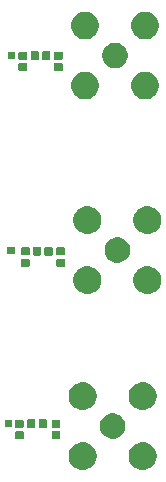
<source format=gbr>
G04 #@! TF.GenerationSoftware,KiCad,Pcbnew,5.1.4-e60b266~84~ubuntu19.04.1*
G04 #@! TF.CreationDate,2019-10-21T18:10:41-05:00*
G04 #@! TF.ProjectId,433_Antenna,3433335f-416e-4746-956e-6e612e6b6963,rev?*
G04 #@! TF.SameCoordinates,Original*
G04 #@! TF.FileFunction,Soldermask,Top*
G04 #@! TF.FilePolarity,Negative*
%FSLAX46Y46*%
G04 Gerber Fmt 4.6, Leading zero omitted, Abs format (unit mm)*
G04 Created by KiCad (PCBNEW 5.1.4-e60b266~84~ubuntu19.04.1) date 2019-10-21 18:10:41*
%MOMM*%
%LPD*%
G04 APERTURE LIST*
%ADD10C,0.100000*%
G04 APERTURE END LIST*
D10*
G36*
X178731560Y-103079064D02*
G01*
X178883027Y-103109193D01*
X179097045Y-103197842D01*
X179097046Y-103197843D01*
X179289654Y-103326539D01*
X179453461Y-103490346D01*
X179539258Y-103618751D01*
X179582158Y-103682955D01*
X179670807Y-103896973D01*
X179716000Y-104124174D01*
X179716000Y-104355826D01*
X179670807Y-104583027D01*
X179582158Y-104797045D01*
X179582157Y-104797046D01*
X179453461Y-104989654D01*
X179289654Y-105153461D01*
X179161249Y-105239258D01*
X179097045Y-105282158D01*
X178883027Y-105370807D01*
X178731560Y-105400936D01*
X178655827Y-105416000D01*
X178424173Y-105416000D01*
X178348440Y-105400936D01*
X178196973Y-105370807D01*
X177982955Y-105282158D01*
X177918751Y-105239258D01*
X177790346Y-105153461D01*
X177626539Y-104989654D01*
X177497843Y-104797046D01*
X177497842Y-104797045D01*
X177409193Y-104583027D01*
X177364000Y-104355826D01*
X177364000Y-104124174D01*
X177409193Y-103896973D01*
X177497842Y-103682955D01*
X177540742Y-103618751D01*
X177626539Y-103490346D01*
X177790346Y-103326539D01*
X177982954Y-103197843D01*
X177982955Y-103197842D01*
X178196973Y-103109193D01*
X178348440Y-103079064D01*
X178424173Y-103064000D01*
X178655827Y-103064000D01*
X178731560Y-103079064D01*
X178731560Y-103079064D01*
G37*
G36*
X173651560Y-103079064D02*
G01*
X173803027Y-103109193D01*
X174017045Y-103197842D01*
X174017046Y-103197843D01*
X174209654Y-103326539D01*
X174373461Y-103490346D01*
X174459258Y-103618751D01*
X174502158Y-103682955D01*
X174590807Y-103896973D01*
X174636000Y-104124174D01*
X174636000Y-104355826D01*
X174590807Y-104583027D01*
X174502158Y-104797045D01*
X174502157Y-104797046D01*
X174373461Y-104989654D01*
X174209654Y-105153461D01*
X174081249Y-105239258D01*
X174017045Y-105282158D01*
X173803027Y-105370807D01*
X173651560Y-105400936D01*
X173575827Y-105416000D01*
X173344173Y-105416000D01*
X173268440Y-105400936D01*
X173116973Y-105370807D01*
X172902955Y-105282158D01*
X172838751Y-105239258D01*
X172710346Y-105153461D01*
X172546539Y-104989654D01*
X172417843Y-104797046D01*
X172417842Y-104797045D01*
X172329193Y-104583027D01*
X172284000Y-104355826D01*
X172284000Y-104124174D01*
X172329193Y-103896973D01*
X172417842Y-103682955D01*
X172460742Y-103618751D01*
X172546539Y-103490346D01*
X172710346Y-103326539D01*
X172902954Y-103197843D01*
X172902955Y-103197842D01*
X173116973Y-103109193D01*
X173268440Y-103079064D01*
X173344173Y-103064000D01*
X173575827Y-103064000D01*
X173651560Y-103079064D01*
X173651560Y-103079064D01*
G37*
G36*
X168381938Y-102141716D02*
G01*
X168402557Y-102147971D01*
X168421553Y-102158124D01*
X168438208Y-102171792D01*
X168451876Y-102188447D01*
X168462029Y-102207443D01*
X168468284Y-102228062D01*
X168471000Y-102255640D01*
X168471000Y-102714360D01*
X168468284Y-102741938D01*
X168462029Y-102762557D01*
X168451876Y-102781553D01*
X168438208Y-102798208D01*
X168421553Y-102811876D01*
X168402557Y-102822029D01*
X168381938Y-102828284D01*
X168354360Y-102831000D01*
X167845640Y-102831000D01*
X167818062Y-102828284D01*
X167797443Y-102822029D01*
X167778447Y-102811876D01*
X167761792Y-102798208D01*
X167748124Y-102781553D01*
X167737971Y-102762557D01*
X167731716Y-102741938D01*
X167729000Y-102714360D01*
X167729000Y-102255640D01*
X167731716Y-102228062D01*
X167737971Y-102207443D01*
X167748124Y-102188447D01*
X167761792Y-102171792D01*
X167778447Y-102158124D01*
X167797443Y-102147971D01*
X167818062Y-102141716D01*
X167845640Y-102139000D01*
X168354360Y-102139000D01*
X168381938Y-102141716D01*
X168381938Y-102141716D01*
G37*
G36*
X171481938Y-102126716D02*
G01*
X171502557Y-102132971D01*
X171521553Y-102143124D01*
X171538208Y-102156792D01*
X171551876Y-102173447D01*
X171562029Y-102192443D01*
X171568284Y-102213062D01*
X171571000Y-102240640D01*
X171571000Y-102699360D01*
X171568284Y-102726938D01*
X171562029Y-102747557D01*
X171551876Y-102766553D01*
X171538208Y-102783208D01*
X171521553Y-102796876D01*
X171502557Y-102807029D01*
X171481938Y-102813284D01*
X171454360Y-102816000D01*
X170945640Y-102816000D01*
X170918062Y-102813284D01*
X170897443Y-102807029D01*
X170878447Y-102796876D01*
X170861792Y-102783208D01*
X170848124Y-102766553D01*
X170837971Y-102747557D01*
X170831716Y-102726938D01*
X170829000Y-102699360D01*
X170829000Y-102240640D01*
X170831716Y-102213062D01*
X170837971Y-102192443D01*
X170848124Y-102173447D01*
X170861792Y-102156792D01*
X170878447Y-102143124D01*
X170897443Y-102132971D01*
X170918062Y-102126716D01*
X170945640Y-102124000D01*
X171454360Y-102124000D01*
X171481938Y-102126716D01*
X171481938Y-102126716D01*
G37*
G36*
X176175271Y-100637783D02*
G01*
X176313858Y-100665350D01*
X176509677Y-100746461D01*
X176685910Y-100864216D01*
X176835784Y-101014090D01*
X176953539Y-101190323D01*
X177034650Y-101386142D01*
X177034650Y-101386144D01*
X177076000Y-101594022D01*
X177076000Y-101805978D01*
X177065686Y-101857831D01*
X177034650Y-102013858D01*
X176953539Y-102209677D01*
X176835784Y-102385910D01*
X176685910Y-102535784D01*
X176509677Y-102653539D01*
X176313858Y-102734650D01*
X176175271Y-102762217D01*
X176105978Y-102776000D01*
X175894022Y-102776000D01*
X175824729Y-102762217D01*
X175686142Y-102734650D01*
X175490323Y-102653539D01*
X175314090Y-102535784D01*
X175164216Y-102385910D01*
X175046461Y-102209677D01*
X174965350Y-102013858D01*
X174934314Y-101857831D01*
X174924000Y-101805978D01*
X174924000Y-101594022D01*
X174965350Y-101386144D01*
X174965350Y-101386142D01*
X175046461Y-101190323D01*
X175164216Y-101014090D01*
X175314090Y-100864216D01*
X175490323Y-100746461D01*
X175686142Y-100665350D01*
X175824729Y-100637783D01*
X175894022Y-100624000D01*
X176105978Y-100624000D01*
X176175271Y-100637783D01*
X176175271Y-100637783D01*
G37*
G36*
X170341938Y-101131716D02*
G01*
X170362557Y-101137971D01*
X170381553Y-101148124D01*
X170398208Y-101161792D01*
X170411876Y-101178447D01*
X170422029Y-101197443D01*
X170428284Y-101218062D01*
X170431000Y-101245640D01*
X170431000Y-101754360D01*
X170428284Y-101781938D01*
X170422029Y-101802557D01*
X170411876Y-101821553D01*
X170398208Y-101838208D01*
X170381553Y-101851876D01*
X170362557Y-101862029D01*
X170341938Y-101868284D01*
X170314360Y-101871000D01*
X169855640Y-101871000D01*
X169828062Y-101868284D01*
X169807443Y-101862029D01*
X169788447Y-101851876D01*
X169771792Y-101838208D01*
X169758124Y-101821553D01*
X169747971Y-101802557D01*
X169741716Y-101781938D01*
X169739000Y-101754360D01*
X169739000Y-101245640D01*
X169741716Y-101218062D01*
X169747971Y-101197443D01*
X169758124Y-101178447D01*
X169771792Y-101161792D01*
X169788447Y-101148124D01*
X169807443Y-101137971D01*
X169828062Y-101131716D01*
X169855640Y-101129000D01*
X170314360Y-101129000D01*
X170341938Y-101131716D01*
X170341938Y-101131716D01*
G37*
G36*
X169371938Y-101131716D02*
G01*
X169392557Y-101137971D01*
X169411553Y-101148124D01*
X169428208Y-101161792D01*
X169441876Y-101178447D01*
X169452029Y-101197443D01*
X169458284Y-101218062D01*
X169461000Y-101245640D01*
X169461000Y-101754360D01*
X169458284Y-101781938D01*
X169452029Y-101802557D01*
X169441876Y-101821553D01*
X169428208Y-101838208D01*
X169411553Y-101851876D01*
X169392557Y-101862029D01*
X169371938Y-101868284D01*
X169344360Y-101871000D01*
X168885640Y-101871000D01*
X168858062Y-101868284D01*
X168837443Y-101862029D01*
X168818447Y-101851876D01*
X168801792Y-101838208D01*
X168788124Y-101821553D01*
X168777971Y-101802557D01*
X168771716Y-101781938D01*
X168769000Y-101754360D01*
X168769000Y-101245640D01*
X168771716Y-101218062D01*
X168777971Y-101197443D01*
X168788124Y-101178447D01*
X168801792Y-101161792D01*
X168818447Y-101148124D01*
X168837443Y-101137971D01*
X168858062Y-101131716D01*
X168885640Y-101129000D01*
X169344360Y-101129000D01*
X169371938Y-101131716D01*
X169371938Y-101131716D01*
G37*
G36*
X168381938Y-101171716D02*
G01*
X168402557Y-101177971D01*
X168421553Y-101188124D01*
X168438208Y-101201792D01*
X168451876Y-101218447D01*
X168462029Y-101237443D01*
X168468284Y-101258062D01*
X168471000Y-101285640D01*
X168471000Y-101744360D01*
X168468284Y-101771938D01*
X168462029Y-101792557D01*
X168451876Y-101811553D01*
X168438208Y-101828208D01*
X168421553Y-101841876D01*
X168402557Y-101852029D01*
X168381938Y-101858284D01*
X168354360Y-101861000D01*
X167845640Y-101861000D01*
X167818062Y-101858284D01*
X167797443Y-101852029D01*
X167778447Y-101841876D01*
X167761792Y-101828208D01*
X167748124Y-101811553D01*
X167737971Y-101792557D01*
X167731716Y-101771938D01*
X167729000Y-101744360D01*
X167729000Y-101285640D01*
X167731716Y-101258062D01*
X167737971Y-101237443D01*
X167748124Y-101218447D01*
X167761792Y-101201792D01*
X167778447Y-101188124D01*
X167797443Y-101177971D01*
X167818062Y-101171716D01*
X167845640Y-101169000D01*
X168354360Y-101169000D01*
X168381938Y-101171716D01*
X168381938Y-101171716D01*
G37*
G36*
X171481938Y-101156716D02*
G01*
X171502557Y-101162971D01*
X171521553Y-101173124D01*
X171538208Y-101186792D01*
X171551876Y-101203447D01*
X171562029Y-101222443D01*
X171568284Y-101243062D01*
X171571000Y-101270640D01*
X171571000Y-101729360D01*
X171568284Y-101756938D01*
X171562029Y-101777557D01*
X171551876Y-101796553D01*
X171538208Y-101813208D01*
X171521553Y-101826876D01*
X171502557Y-101837029D01*
X171481938Y-101843284D01*
X171454360Y-101846000D01*
X170945640Y-101846000D01*
X170918062Y-101843284D01*
X170897443Y-101837029D01*
X170878447Y-101826876D01*
X170861792Y-101813208D01*
X170848124Y-101796553D01*
X170837971Y-101777557D01*
X170831716Y-101756938D01*
X170829000Y-101729360D01*
X170829000Y-101270640D01*
X170831716Y-101243062D01*
X170837971Y-101222443D01*
X170848124Y-101203447D01*
X170861792Y-101186792D01*
X170878447Y-101173124D01*
X170897443Y-101162971D01*
X170918062Y-101156716D01*
X170945640Y-101154000D01*
X171454360Y-101154000D01*
X171481938Y-101156716D01*
X171481938Y-101156716D01*
G37*
G36*
X167451000Y-101801000D02*
G01*
X166849000Y-101801000D01*
X166849000Y-101199000D01*
X167451000Y-101199000D01*
X167451000Y-101801000D01*
X167451000Y-101801000D01*
G37*
G36*
X178731560Y-97999064D02*
G01*
X178883027Y-98029193D01*
X179097045Y-98117842D01*
X179097046Y-98117843D01*
X179289654Y-98246539D01*
X179453461Y-98410346D01*
X179539258Y-98538751D01*
X179582158Y-98602955D01*
X179670807Y-98816973D01*
X179716000Y-99044174D01*
X179716000Y-99275826D01*
X179670807Y-99503027D01*
X179582158Y-99717045D01*
X179582157Y-99717046D01*
X179453461Y-99909654D01*
X179289654Y-100073461D01*
X179161249Y-100159258D01*
X179097045Y-100202158D01*
X178883027Y-100290807D01*
X178731560Y-100320936D01*
X178655827Y-100336000D01*
X178424173Y-100336000D01*
X178348440Y-100320936D01*
X178196973Y-100290807D01*
X177982955Y-100202158D01*
X177918751Y-100159258D01*
X177790346Y-100073461D01*
X177626539Y-99909654D01*
X177497843Y-99717046D01*
X177497842Y-99717045D01*
X177409193Y-99503027D01*
X177364000Y-99275826D01*
X177364000Y-99044174D01*
X177409193Y-98816973D01*
X177497842Y-98602955D01*
X177540742Y-98538751D01*
X177626539Y-98410346D01*
X177790346Y-98246539D01*
X177982954Y-98117843D01*
X177982955Y-98117842D01*
X178196973Y-98029193D01*
X178348440Y-97999064D01*
X178424173Y-97984000D01*
X178655827Y-97984000D01*
X178731560Y-97999064D01*
X178731560Y-97999064D01*
G37*
G36*
X173651560Y-97999064D02*
G01*
X173803027Y-98029193D01*
X174017045Y-98117842D01*
X174017046Y-98117843D01*
X174209654Y-98246539D01*
X174373461Y-98410346D01*
X174459258Y-98538751D01*
X174502158Y-98602955D01*
X174590807Y-98816973D01*
X174636000Y-99044174D01*
X174636000Y-99275826D01*
X174590807Y-99503027D01*
X174502158Y-99717045D01*
X174502157Y-99717046D01*
X174373461Y-99909654D01*
X174209654Y-100073461D01*
X174081249Y-100159258D01*
X174017045Y-100202158D01*
X173803027Y-100290807D01*
X173651560Y-100320936D01*
X173575827Y-100336000D01*
X173344173Y-100336000D01*
X173268440Y-100320936D01*
X173116973Y-100290807D01*
X172902955Y-100202158D01*
X172838751Y-100159258D01*
X172710346Y-100073461D01*
X172546539Y-99909654D01*
X172417843Y-99717046D01*
X172417842Y-99717045D01*
X172329193Y-99503027D01*
X172284000Y-99275826D01*
X172284000Y-99044174D01*
X172329193Y-98816973D01*
X172417842Y-98602955D01*
X172460742Y-98538751D01*
X172546539Y-98410346D01*
X172710346Y-98246539D01*
X172902954Y-98117843D01*
X172902955Y-98117842D01*
X173116973Y-98029193D01*
X173268440Y-97999064D01*
X173344173Y-97984000D01*
X173575827Y-97984000D01*
X173651560Y-97999064D01*
X173651560Y-97999064D01*
G37*
G36*
X174051560Y-88179064D02*
G01*
X174203027Y-88209193D01*
X174417045Y-88297842D01*
X174417046Y-88297843D01*
X174609654Y-88426539D01*
X174773461Y-88590346D01*
X174859258Y-88718751D01*
X174902158Y-88782955D01*
X174990807Y-88996973D01*
X175036000Y-89224174D01*
X175036000Y-89455826D01*
X174990807Y-89683027D01*
X174902158Y-89897045D01*
X174902157Y-89897046D01*
X174773461Y-90089654D01*
X174609654Y-90253461D01*
X174481249Y-90339258D01*
X174417045Y-90382158D01*
X174203027Y-90470807D01*
X174051560Y-90500936D01*
X173975827Y-90516000D01*
X173744173Y-90516000D01*
X173668440Y-90500936D01*
X173516973Y-90470807D01*
X173302955Y-90382158D01*
X173238751Y-90339258D01*
X173110346Y-90253461D01*
X172946539Y-90089654D01*
X172817843Y-89897046D01*
X172817842Y-89897045D01*
X172729193Y-89683027D01*
X172684000Y-89455826D01*
X172684000Y-89224174D01*
X172729193Y-88996973D01*
X172817842Y-88782955D01*
X172860742Y-88718751D01*
X172946539Y-88590346D01*
X173110346Y-88426539D01*
X173302954Y-88297843D01*
X173302955Y-88297842D01*
X173516973Y-88209193D01*
X173668440Y-88179064D01*
X173744173Y-88164000D01*
X173975827Y-88164000D01*
X174051560Y-88179064D01*
X174051560Y-88179064D01*
G37*
G36*
X179131560Y-88179064D02*
G01*
X179283027Y-88209193D01*
X179497045Y-88297842D01*
X179497046Y-88297843D01*
X179689654Y-88426539D01*
X179853461Y-88590346D01*
X179939258Y-88718751D01*
X179982158Y-88782955D01*
X180070807Y-88996973D01*
X180116000Y-89224174D01*
X180116000Y-89455826D01*
X180070807Y-89683027D01*
X179982158Y-89897045D01*
X179982157Y-89897046D01*
X179853461Y-90089654D01*
X179689654Y-90253461D01*
X179561249Y-90339258D01*
X179497045Y-90382158D01*
X179283027Y-90470807D01*
X179131560Y-90500936D01*
X179055827Y-90516000D01*
X178824173Y-90516000D01*
X178748440Y-90500936D01*
X178596973Y-90470807D01*
X178382955Y-90382158D01*
X178318751Y-90339258D01*
X178190346Y-90253461D01*
X178026539Y-90089654D01*
X177897843Y-89897046D01*
X177897842Y-89897045D01*
X177809193Y-89683027D01*
X177764000Y-89455826D01*
X177764000Y-89224174D01*
X177809193Y-88996973D01*
X177897842Y-88782955D01*
X177940742Y-88718751D01*
X178026539Y-88590346D01*
X178190346Y-88426539D01*
X178382954Y-88297843D01*
X178382955Y-88297842D01*
X178596973Y-88209193D01*
X178748440Y-88179064D01*
X178824173Y-88164000D01*
X179055827Y-88164000D01*
X179131560Y-88179064D01*
X179131560Y-88179064D01*
G37*
G36*
X168881938Y-87541716D02*
G01*
X168902557Y-87547971D01*
X168921553Y-87558124D01*
X168938208Y-87571792D01*
X168951876Y-87588447D01*
X168962029Y-87607443D01*
X168968284Y-87628062D01*
X168971000Y-87655640D01*
X168971000Y-88114360D01*
X168968284Y-88141938D01*
X168962029Y-88162557D01*
X168951876Y-88181553D01*
X168938208Y-88198208D01*
X168921553Y-88211876D01*
X168902557Y-88222029D01*
X168881938Y-88228284D01*
X168854360Y-88231000D01*
X168345640Y-88231000D01*
X168318062Y-88228284D01*
X168297443Y-88222029D01*
X168278447Y-88211876D01*
X168261792Y-88198208D01*
X168248124Y-88181553D01*
X168237971Y-88162557D01*
X168231716Y-88141938D01*
X168229000Y-88114360D01*
X168229000Y-87655640D01*
X168231716Y-87628062D01*
X168237971Y-87607443D01*
X168248124Y-87588447D01*
X168261792Y-87571792D01*
X168278447Y-87558124D01*
X168297443Y-87547971D01*
X168318062Y-87541716D01*
X168345640Y-87539000D01*
X168854360Y-87539000D01*
X168881938Y-87541716D01*
X168881938Y-87541716D01*
G37*
G36*
X171881938Y-87541716D02*
G01*
X171902557Y-87547971D01*
X171921553Y-87558124D01*
X171938208Y-87571792D01*
X171951876Y-87588447D01*
X171962029Y-87607443D01*
X171968284Y-87628062D01*
X171971000Y-87655640D01*
X171971000Y-88114360D01*
X171968284Y-88141938D01*
X171962029Y-88162557D01*
X171951876Y-88181553D01*
X171938208Y-88198208D01*
X171921553Y-88211876D01*
X171902557Y-88222029D01*
X171881938Y-88228284D01*
X171854360Y-88231000D01*
X171345640Y-88231000D01*
X171318062Y-88228284D01*
X171297443Y-88222029D01*
X171278447Y-88211876D01*
X171261792Y-88198208D01*
X171248124Y-88181553D01*
X171237971Y-88162557D01*
X171231716Y-88141938D01*
X171229000Y-88114360D01*
X171229000Y-87655640D01*
X171231716Y-87628062D01*
X171237971Y-87607443D01*
X171248124Y-87588447D01*
X171261792Y-87571792D01*
X171278447Y-87558124D01*
X171297443Y-87547971D01*
X171318062Y-87541716D01*
X171345640Y-87539000D01*
X171854360Y-87539000D01*
X171881938Y-87541716D01*
X171881938Y-87541716D01*
G37*
G36*
X176575271Y-85737783D02*
G01*
X176713858Y-85765350D01*
X176909677Y-85846461D01*
X177085910Y-85964216D01*
X177235784Y-86114090D01*
X177353539Y-86290323D01*
X177434650Y-86486142D01*
X177462217Y-86624729D01*
X177472375Y-86675796D01*
X177476000Y-86694023D01*
X177476000Y-86905977D01*
X177434650Y-87113858D01*
X177353539Y-87309677D01*
X177235784Y-87485910D01*
X177085910Y-87635784D01*
X176909677Y-87753539D01*
X176713858Y-87834650D01*
X176575271Y-87862217D01*
X176505978Y-87876000D01*
X176294022Y-87876000D01*
X176224729Y-87862217D01*
X176086142Y-87834650D01*
X175890323Y-87753539D01*
X175714090Y-87635784D01*
X175564216Y-87485910D01*
X175446461Y-87309677D01*
X175365350Y-87113858D01*
X175324000Y-86905977D01*
X175324000Y-86694023D01*
X175327626Y-86675796D01*
X175337783Y-86624729D01*
X175365350Y-86486142D01*
X175446461Y-86290323D01*
X175564216Y-86114090D01*
X175714090Y-85964216D01*
X175890323Y-85846461D01*
X176086142Y-85765350D01*
X176224729Y-85737783D01*
X176294022Y-85724000D01*
X176505978Y-85724000D01*
X176575271Y-85737783D01*
X176575271Y-85737783D01*
G37*
G36*
X169856938Y-86531716D02*
G01*
X169877557Y-86537971D01*
X169896553Y-86548124D01*
X169913208Y-86561792D01*
X169926876Y-86578447D01*
X169937029Y-86597443D01*
X169943284Y-86618062D01*
X169946000Y-86645640D01*
X169946000Y-87154360D01*
X169943284Y-87181938D01*
X169937029Y-87202557D01*
X169926876Y-87221553D01*
X169913208Y-87238208D01*
X169896553Y-87251876D01*
X169877557Y-87262029D01*
X169856938Y-87268284D01*
X169829360Y-87271000D01*
X169370640Y-87271000D01*
X169343062Y-87268284D01*
X169322443Y-87262029D01*
X169303447Y-87251876D01*
X169286792Y-87238208D01*
X169273124Y-87221553D01*
X169262971Y-87202557D01*
X169256716Y-87181938D01*
X169254000Y-87154360D01*
X169254000Y-86645640D01*
X169256716Y-86618062D01*
X169262971Y-86597443D01*
X169273124Y-86578447D01*
X169286792Y-86561792D01*
X169303447Y-86548124D01*
X169322443Y-86537971D01*
X169343062Y-86531716D01*
X169370640Y-86529000D01*
X169829360Y-86529000D01*
X169856938Y-86531716D01*
X169856938Y-86531716D01*
G37*
G36*
X170826938Y-86531716D02*
G01*
X170847557Y-86537971D01*
X170866553Y-86548124D01*
X170883208Y-86561792D01*
X170896876Y-86578447D01*
X170907029Y-86597443D01*
X170913284Y-86618062D01*
X170916000Y-86645640D01*
X170916000Y-87154360D01*
X170913284Y-87181938D01*
X170907029Y-87202557D01*
X170896876Y-87221553D01*
X170883208Y-87238208D01*
X170866553Y-87251876D01*
X170847557Y-87262029D01*
X170826938Y-87268284D01*
X170799360Y-87271000D01*
X170340640Y-87271000D01*
X170313062Y-87268284D01*
X170292443Y-87262029D01*
X170273447Y-87251876D01*
X170256792Y-87238208D01*
X170243124Y-87221553D01*
X170232971Y-87202557D01*
X170226716Y-87181938D01*
X170224000Y-87154360D01*
X170224000Y-86645640D01*
X170226716Y-86618062D01*
X170232971Y-86597443D01*
X170243124Y-86578447D01*
X170256792Y-86561792D01*
X170273447Y-86548124D01*
X170292443Y-86537971D01*
X170313062Y-86531716D01*
X170340640Y-86529000D01*
X170799360Y-86529000D01*
X170826938Y-86531716D01*
X170826938Y-86531716D01*
G37*
G36*
X168881938Y-86571716D02*
G01*
X168902557Y-86577971D01*
X168921553Y-86588124D01*
X168938208Y-86601792D01*
X168951876Y-86618447D01*
X168962029Y-86637443D01*
X168968284Y-86658062D01*
X168971000Y-86685640D01*
X168971000Y-87144360D01*
X168968284Y-87171938D01*
X168962029Y-87192557D01*
X168951876Y-87211553D01*
X168938208Y-87228208D01*
X168921553Y-87241876D01*
X168902557Y-87252029D01*
X168881938Y-87258284D01*
X168854360Y-87261000D01*
X168345640Y-87261000D01*
X168318062Y-87258284D01*
X168297443Y-87252029D01*
X168278447Y-87241876D01*
X168261792Y-87228208D01*
X168248124Y-87211553D01*
X168237971Y-87192557D01*
X168231716Y-87171938D01*
X168229000Y-87144360D01*
X168229000Y-86685640D01*
X168231716Y-86658062D01*
X168237971Y-86637443D01*
X168248124Y-86618447D01*
X168261792Y-86601792D01*
X168278447Y-86588124D01*
X168297443Y-86577971D01*
X168318062Y-86571716D01*
X168345640Y-86569000D01*
X168854360Y-86569000D01*
X168881938Y-86571716D01*
X168881938Y-86571716D01*
G37*
G36*
X171881938Y-86571716D02*
G01*
X171902557Y-86577971D01*
X171921553Y-86588124D01*
X171938208Y-86601792D01*
X171951876Y-86618447D01*
X171962029Y-86637443D01*
X171968284Y-86658062D01*
X171971000Y-86685640D01*
X171971000Y-87144360D01*
X171968284Y-87171938D01*
X171962029Y-87192557D01*
X171951876Y-87211553D01*
X171938208Y-87228208D01*
X171921553Y-87241876D01*
X171902557Y-87252029D01*
X171881938Y-87258284D01*
X171854360Y-87261000D01*
X171345640Y-87261000D01*
X171318062Y-87258284D01*
X171297443Y-87252029D01*
X171278447Y-87241876D01*
X171261792Y-87228208D01*
X171248124Y-87211553D01*
X171237971Y-87192557D01*
X171231716Y-87171938D01*
X171229000Y-87144360D01*
X171229000Y-86685640D01*
X171231716Y-86658062D01*
X171237971Y-86637443D01*
X171248124Y-86618447D01*
X171261792Y-86601792D01*
X171278447Y-86588124D01*
X171297443Y-86577971D01*
X171318062Y-86571716D01*
X171345640Y-86569000D01*
X171854360Y-86569000D01*
X171881938Y-86571716D01*
X171881938Y-86571716D01*
G37*
G36*
X167701000Y-87151000D02*
G01*
X167099000Y-87151000D01*
X167099000Y-86549000D01*
X167701000Y-86549000D01*
X167701000Y-87151000D01*
X167701000Y-87151000D01*
G37*
G36*
X179131560Y-83099064D02*
G01*
X179283027Y-83129193D01*
X179497045Y-83217842D01*
X179497046Y-83217843D01*
X179689654Y-83346539D01*
X179853461Y-83510346D01*
X179939258Y-83638751D01*
X179982158Y-83702955D01*
X180070807Y-83916973D01*
X180116000Y-84144174D01*
X180116000Y-84375826D01*
X180070807Y-84603027D01*
X179982158Y-84817045D01*
X179982157Y-84817046D01*
X179853461Y-85009654D01*
X179689654Y-85173461D01*
X179561249Y-85259258D01*
X179497045Y-85302158D01*
X179283027Y-85390807D01*
X179131560Y-85420936D01*
X179055827Y-85436000D01*
X178824173Y-85436000D01*
X178748440Y-85420936D01*
X178596973Y-85390807D01*
X178382955Y-85302158D01*
X178318751Y-85259258D01*
X178190346Y-85173461D01*
X178026539Y-85009654D01*
X177897843Y-84817046D01*
X177897842Y-84817045D01*
X177809193Y-84603027D01*
X177764000Y-84375826D01*
X177764000Y-84144174D01*
X177809193Y-83916973D01*
X177897842Y-83702955D01*
X177940742Y-83638751D01*
X178026539Y-83510346D01*
X178190346Y-83346539D01*
X178382954Y-83217843D01*
X178382955Y-83217842D01*
X178596973Y-83129193D01*
X178748440Y-83099064D01*
X178824173Y-83084000D01*
X179055827Y-83084000D01*
X179131560Y-83099064D01*
X179131560Y-83099064D01*
G37*
G36*
X174051560Y-83099064D02*
G01*
X174203027Y-83129193D01*
X174417045Y-83217842D01*
X174417046Y-83217843D01*
X174609654Y-83346539D01*
X174773461Y-83510346D01*
X174859258Y-83638751D01*
X174902158Y-83702955D01*
X174990807Y-83916973D01*
X175036000Y-84144174D01*
X175036000Y-84375826D01*
X174990807Y-84603027D01*
X174902158Y-84817045D01*
X174902157Y-84817046D01*
X174773461Y-85009654D01*
X174609654Y-85173461D01*
X174481249Y-85259258D01*
X174417045Y-85302158D01*
X174203027Y-85390807D01*
X174051560Y-85420936D01*
X173975827Y-85436000D01*
X173744173Y-85436000D01*
X173668440Y-85420936D01*
X173516973Y-85390807D01*
X173302955Y-85302158D01*
X173238751Y-85259258D01*
X173110346Y-85173461D01*
X172946539Y-85009654D01*
X172817843Y-84817046D01*
X172817842Y-84817045D01*
X172729193Y-84603027D01*
X172684000Y-84375826D01*
X172684000Y-84144174D01*
X172729193Y-83916973D01*
X172817842Y-83702955D01*
X172860742Y-83638751D01*
X172946539Y-83510346D01*
X173110346Y-83346539D01*
X173302954Y-83217843D01*
X173302955Y-83217842D01*
X173516973Y-83129193D01*
X173668440Y-83099064D01*
X173744173Y-83084000D01*
X173975827Y-83084000D01*
X174051560Y-83099064D01*
X174051560Y-83099064D01*
G37*
G36*
X173851560Y-71709064D02*
G01*
X174003027Y-71739193D01*
X174217045Y-71827842D01*
X174217046Y-71827843D01*
X174409654Y-71956539D01*
X174573461Y-72120346D01*
X174659258Y-72248751D01*
X174702158Y-72312955D01*
X174790807Y-72526973D01*
X174836000Y-72754174D01*
X174836000Y-72985826D01*
X174790807Y-73213027D01*
X174702158Y-73427045D01*
X174702157Y-73427046D01*
X174573461Y-73619654D01*
X174409654Y-73783461D01*
X174281249Y-73869258D01*
X174217045Y-73912158D01*
X174003027Y-74000807D01*
X173851560Y-74030936D01*
X173775827Y-74046000D01*
X173544173Y-74046000D01*
X173468440Y-74030936D01*
X173316973Y-74000807D01*
X173102955Y-73912158D01*
X173038751Y-73869258D01*
X172910346Y-73783461D01*
X172746539Y-73619654D01*
X172617843Y-73427046D01*
X172617842Y-73427045D01*
X172529193Y-73213027D01*
X172484000Y-72985826D01*
X172484000Y-72754174D01*
X172529193Y-72526973D01*
X172617842Y-72312955D01*
X172660742Y-72248751D01*
X172746539Y-72120346D01*
X172910346Y-71956539D01*
X173102954Y-71827843D01*
X173102955Y-71827842D01*
X173316973Y-71739193D01*
X173468440Y-71709064D01*
X173544173Y-71694000D01*
X173775827Y-71694000D01*
X173851560Y-71709064D01*
X173851560Y-71709064D01*
G37*
G36*
X178931560Y-71709064D02*
G01*
X179083027Y-71739193D01*
X179297045Y-71827842D01*
X179297046Y-71827843D01*
X179489654Y-71956539D01*
X179653461Y-72120346D01*
X179739258Y-72248751D01*
X179782158Y-72312955D01*
X179870807Y-72526973D01*
X179916000Y-72754174D01*
X179916000Y-72985826D01*
X179870807Y-73213027D01*
X179782158Y-73427045D01*
X179782157Y-73427046D01*
X179653461Y-73619654D01*
X179489654Y-73783461D01*
X179361249Y-73869258D01*
X179297045Y-73912158D01*
X179083027Y-74000807D01*
X178931560Y-74030936D01*
X178855827Y-74046000D01*
X178624173Y-74046000D01*
X178548440Y-74030936D01*
X178396973Y-74000807D01*
X178182955Y-73912158D01*
X178118751Y-73869258D01*
X177990346Y-73783461D01*
X177826539Y-73619654D01*
X177697843Y-73427046D01*
X177697842Y-73427045D01*
X177609193Y-73213027D01*
X177564000Y-72985826D01*
X177564000Y-72754174D01*
X177609193Y-72526973D01*
X177697842Y-72312955D01*
X177740742Y-72248751D01*
X177826539Y-72120346D01*
X177990346Y-71956539D01*
X178182954Y-71827843D01*
X178182955Y-71827842D01*
X178396973Y-71739193D01*
X178548440Y-71709064D01*
X178624173Y-71694000D01*
X178855827Y-71694000D01*
X178931560Y-71709064D01*
X178931560Y-71709064D01*
G37*
G36*
X168681938Y-70971716D02*
G01*
X168702557Y-70977971D01*
X168721553Y-70988124D01*
X168738208Y-71001792D01*
X168751876Y-71018447D01*
X168762029Y-71037443D01*
X168768284Y-71058062D01*
X168771000Y-71085640D01*
X168771000Y-71544360D01*
X168768284Y-71571938D01*
X168762029Y-71592557D01*
X168751876Y-71611553D01*
X168738208Y-71628208D01*
X168721553Y-71641876D01*
X168702557Y-71652029D01*
X168681938Y-71658284D01*
X168654360Y-71661000D01*
X168145640Y-71661000D01*
X168118062Y-71658284D01*
X168097443Y-71652029D01*
X168078447Y-71641876D01*
X168061792Y-71628208D01*
X168048124Y-71611553D01*
X168037971Y-71592557D01*
X168031716Y-71571938D01*
X168029000Y-71544360D01*
X168029000Y-71085640D01*
X168031716Y-71058062D01*
X168037971Y-71037443D01*
X168048124Y-71018447D01*
X168061792Y-71001792D01*
X168078447Y-70988124D01*
X168097443Y-70977971D01*
X168118062Y-70971716D01*
X168145640Y-70969000D01*
X168654360Y-70969000D01*
X168681938Y-70971716D01*
X168681938Y-70971716D01*
G37*
G36*
X171681938Y-70971716D02*
G01*
X171702557Y-70977971D01*
X171721553Y-70988124D01*
X171738208Y-71001792D01*
X171751876Y-71018447D01*
X171762029Y-71037443D01*
X171768284Y-71058062D01*
X171771000Y-71085640D01*
X171771000Y-71544360D01*
X171768284Y-71571938D01*
X171762029Y-71592557D01*
X171751876Y-71611553D01*
X171738208Y-71628208D01*
X171721553Y-71641876D01*
X171702557Y-71652029D01*
X171681938Y-71658284D01*
X171654360Y-71661000D01*
X171145640Y-71661000D01*
X171118062Y-71658284D01*
X171097443Y-71652029D01*
X171078447Y-71641876D01*
X171061792Y-71628208D01*
X171048124Y-71611553D01*
X171037971Y-71592557D01*
X171031716Y-71571938D01*
X171029000Y-71544360D01*
X171029000Y-71085640D01*
X171031716Y-71058062D01*
X171037971Y-71037443D01*
X171048124Y-71018447D01*
X171061792Y-71001792D01*
X171078447Y-70988124D01*
X171097443Y-70977971D01*
X171118062Y-70971716D01*
X171145640Y-70969000D01*
X171654360Y-70969000D01*
X171681938Y-70971716D01*
X171681938Y-70971716D01*
G37*
G36*
X176375271Y-69267783D02*
G01*
X176513858Y-69295350D01*
X176709677Y-69376461D01*
X176885910Y-69494216D01*
X177035784Y-69644090D01*
X177153539Y-69820323D01*
X177234650Y-70016142D01*
X177276000Y-70224023D01*
X177276000Y-70435977D01*
X177234650Y-70643858D01*
X177153539Y-70839677D01*
X177035784Y-71015910D01*
X176885910Y-71165784D01*
X176709677Y-71283539D01*
X176513858Y-71364650D01*
X176375271Y-71392217D01*
X176305978Y-71406000D01*
X176094022Y-71406000D01*
X176024729Y-71392217D01*
X175886142Y-71364650D01*
X175690323Y-71283539D01*
X175514090Y-71165784D01*
X175364216Y-71015910D01*
X175246461Y-70839677D01*
X175165350Y-70643858D01*
X175124000Y-70435977D01*
X175124000Y-70224023D01*
X175165350Y-70016142D01*
X175246461Y-69820323D01*
X175364216Y-69644090D01*
X175514090Y-69494216D01*
X175690323Y-69376461D01*
X175886142Y-69295350D01*
X176024729Y-69267783D01*
X176094022Y-69254000D01*
X176305978Y-69254000D01*
X176375271Y-69267783D01*
X176375271Y-69267783D01*
G37*
G36*
X170641938Y-69961716D02*
G01*
X170662557Y-69967971D01*
X170681553Y-69978124D01*
X170698208Y-69991792D01*
X170711876Y-70008447D01*
X170722029Y-70027443D01*
X170728284Y-70048062D01*
X170731000Y-70075640D01*
X170731000Y-70584360D01*
X170728284Y-70611938D01*
X170722029Y-70632557D01*
X170711876Y-70651553D01*
X170698208Y-70668208D01*
X170681553Y-70681876D01*
X170662557Y-70692029D01*
X170641938Y-70698284D01*
X170614360Y-70701000D01*
X170155640Y-70701000D01*
X170128062Y-70698284D01*
X170107443Y-70692029D01*
X170088447Y-70681876D01*
X170071792Y-70668208D01*
X170058124Y-70651553D01*
X170047971Y-70632557D01*
X170041716Y-70611938D01*
X170039000Y-70584360D01*
X170039000Y-70075640D01*
X170041716Y-70048062D01*
X170047971Y-70027443D01*
X170058124Y-70008447D01*
X170071792Y-69991792D01*
X170088447Y-69978124D01*
X170107443Y-69967971D01*
X170128062Y-69961716D01*
X170155640Y-69959000D01*
X170614360Y-69959000D01*
X170641938Y-69961716D01*
X170641938Y-69961716D01*
G37*
G36*
X169671938Y-69961716D02*
G01*
X169692557Y-69967971D01*
X169711553Y-69978124D01*
X169728208Y-69991792D01*
X169741876Y-70008447D01*
X169752029Y-70027443D01*
X169758284Y-70048062D01*
X169761000Y-70075640D01*
X169761000Y-70584360D01*
X169758284Y-70611938D01*
X169752029Y-70632557D01*
X169741876Y-70651553D01*
X169728208Y-70668208D01*
X169711553Y-70681876D01*
X169692557Y-70692029D01*
X169671938Y-70698284D01*
X169644360Y-70701000D01*
X169185640Y-70701000D01*
X169158062Y-70698284D01*
X169137443Y-70692029D01*
X169118447Y-70681876D01*
X169101792Y-70668208D01*
X169088124Y-70651553D01*
X169077971Y-70632557D01*
X169071716Y-70611938D01*
X169069000Y-70584360D01*
X169069000Y-70075640D01*
X169071716Y-70048062D01*
X169077971Y-70027443D01*
X169088124Y-70008447D01*
X169101792Y-69991792D01*
X169118447Y-69978124D01*
X169137443Y-69967971D01*
X169158062Y-69961716D01*
X169185640Y-69959000D01*
X169644360Y-69959000D01*
X169671938Y-69961716D01*
X169671938Y-69961716D01*
G37*
G36*
X168681938Y-70001716D02*
G01*
X168702557Y-70007971D01*
X168721553Y-70018124D01*
X168738208Y-70031792D01*
X168751876Y-70048447D01*
X168762029Y-70067443D01*
X168768284Y-70088062D01*
X168771000Y-70115640D01*
X168771000Y-70574360D01*
X168768284Y-70601938D01*
X168762029Y-70622557D01*
X168751876Y-70641553D01*
X168738208Y-70658208D01*
X168721553Y-70671876D01*
X168702557Y-70682029D01*
X168681938Y-70688284D01*
X168654360Y-70691000D01*
X168145640Y-70691000D01*
X168118062Y-70688284D01*
X168097443Y-70682029D01*
X168078447Y-70671876D01*
X168061792Y-70658208D01*
X168048124Y-70641553D01*
X168037971Y-70622557D01*
X168031716Y-70601938D01*
X168029000Y-70574360D01*
X168029000Y-70115640D01*
X168031716Y-70088062D01*
X168037971Y-70067443D01*
X168048124Y-70048447D01*
X168061792Y-70031792D01*
X168078447Y-70018124D01*
X168097443Y-70007971D01*
X168118062Y-70001716D01*
X168145640Y-69999000D01*
X168654360Y-69999000D01*
X168681938Y-70001716D01*
X168681938Y-70001716D01*
G37*
G36*
X171681938Y-70001716D02*
G01*
X171702557Y-70007971D01*
X171721553Y-70018124D01*
X171738208Y-70031792D01*
X171751876Y-70048447D01*
X171762029Y-70067443D01*
X171768284Y-70088062D01*
X171771000Y-70115640D01*
X171771000Y-70574360D01*
X171768284Y-70601938D01*
X171762029Y-70622557D01*
X171751876Y-70641553D01*
X171738208Y-70658208D01*
X171721553Y-70671876D01*
X171702557Y-70682029D01*
X171681938Y-70688284D01*
X171654360Y-70691000D01*
X171145640Y-70691000D01*
X171118062Y-70688284D01*
X171097443Y-70682029D01*
X171078447Y-70671876D01*
X171061792Y-70658208D01*
X171048124Y-70641553D01*
X171037971Y-70622557D01*
X171031716Y-70601938D01*
X171029000Y-70574360D01*
X171029000Y-70115640D01*
X171031716Y-70088062D01*
X171037971Y-70067443D01*
X171048124Y-70048447D01*
X171061792Y-70031792D01*
X171078447Y-70018124D01*
X171097443Y-70007971D01*
X171118062Y-70001716D01*
X171145640Y-69999000D01*
X171654360Y-69999000D01*
X171681938Y-70001716D01*
X171681938Y-70001716D01*
G37*
G36*
X167722334Y-70607667D02*
G01*
X167120334Y-70607667D01*
X167120334Y-70005667D01*
X167722334Y-70005667D01*
X167722334Y-70607667D01*
X167722334Y-70607667D01*
G37*
G36*
X173851560Y-66629064D02*
G01*
X174003027Y-66659193D01*
X174217045Y-66747842D01*
X174217046Y-66747843D01*
X174409654Y-66876539D01*
X174573461Y-67040346D01*
X174659258Y-67168751D01*
X174702158Y-67232955D01*
X174790807Y-67446973D01*
X174836000Y-67674174D01*
X174836000Y-67905826D01*
X174790807Y-68133027D01*
X174702158Y-68347045D01*
X174702157Y-68347046D01*
X174573461Y-68539654D01*
X174409654Y-68703461D01*
X174281249Y-68789258D01*
X174217045Y-68832158D01*
X174003027Y-68920807D01*
X173851560Y-68950936D01*
X173775827Y-68966000D01*
X173544173Y-68966000D01*
X173468440Y-68950936D01*
X173316973Y-68920807D01*
X173102955Y-68832158D01*
X173038751Y-68789258D01*
X172910346Y-68703461D01*
X172746539Y-68539654D01*
X172617843Y-68347046D01*
X172617842Y-68347045D01*
X172529193Y-68133027D01*
X172484000Y-67905826D01*
X172484000Y-67674174D01*
X172529193Y-67446973D01*
X172617842Y-67232955D01*
X172660742Y-67168751D01*
X172746539Y-67040346D01*
X172910346Y-66876539D01*
X173102954Y-66747843D01*
X173102955Y-66747842D01*
X173316973Y-66659193D01*
X173468440Y-66629064D01*
X173544173Y-66614000D01*
X173775827Y-66614000D01*
X173851560Y-66629064D01*
X173851560Y-66629064D01*
G37*
G36*
X178931560Y-66629064D02*
G01*
X179083027Y-66659193D01*
X179297045Y-66747842D01*
X179297046Y-66747843D01*
X179489654Y-66876539D01*
X179653461Y-67040346D01*
X179739258Y-67168751D01*
X179782158Y-67232955D01*
X179870807Y-67446973D01*
X179916000Y-67674174D01*
X179916000Y-67905826D01*
X179870807Y-68133027D01*
X179782158Y-68347045D01*
X179782157Y-68347046D01*
X179653461Y-68539654D01*
X179489654Y-68703461D01*
X179361249Y-68789258D01*
X179297045Y-68832158D01*
X179083027Y-68920807D01*
X178931560Y-68950936D01*
X178855827Y-68966000D01*
X178624173Y-68966000D01*
X178548440Y-68950936D01*
X178396973Y-68920807D01*
X178182955Y-68832158D01*
X178118751Y-68789258D01*
X177990346Y-68703461D01*
X177826539Y-68539654D01*
X177697843Y-68347046D01*
X177697842Y-68347045D01*
X177609193Y-68133027D01*
X177564000Y-67905826D01*
X177564000Y-67674174D01*
X177609193Y-67446973D01*
X177697842Y-67232955D01*
X177740742Y-67168751D01*
X177826539Y-67040346D01*
X177990346Y-66876539D01*
X178182954Y-66747843D01*
X178182955Y-66747842D01*
X178396973Y-66659193D01*
X178548440Y-66629064D01*
X178624173Y-66614000D01*
X178855827Y-66614000D01*
X178931560Y-66629064D01*
X178931560Y-66629064D01*
G37*
M02*

</source>
